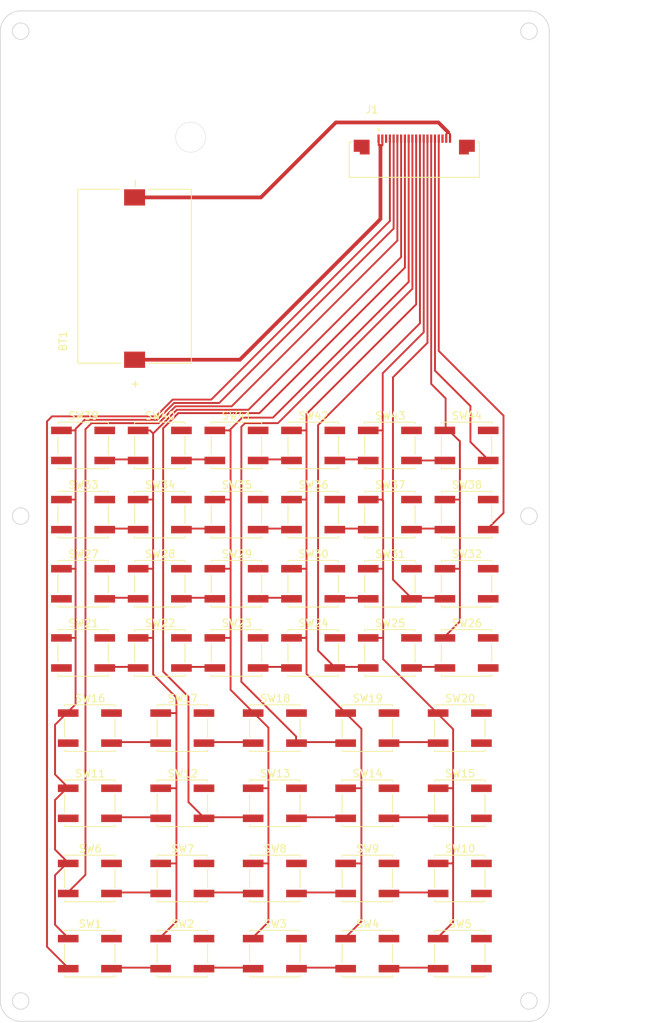
<source format=kicad_pcb>
(kicad_pcb (version 20221018) (generator pcbnew)
  (title_block (comment 4 "AISLER Project ID: HNLQYLIR"))
  (layers (0 "F.Cu" signal) (31 "B.Cu" signal) (34 "B.Paste" user) (35 "F.Paste" user) (36 "B.SilkS" user "B.Silkscreen") (37 "F.SilkS" user "F.Silkscreen") (38 "B.Mask" user) (39 "F.Mask" user) (44 "Edge.Cuts" user))
  (net 0 "")
  (net 1 "GND")
  (net 3 "Net-(BT1-+)")
  (net 4 "/kh1")
  (net 5 "/kv1")
  (net 6 "/kv2")
  (net 7 "/kv3")
  (net 8 "/kv4")
  (net 9 "/kv5")
  (net 10 "/kh2")
  (net 11 "/kh3")
  (net 12 "/kh4")
  (net 13 "/kh5")
  (net 14 "/kv6")
  (net 15 "/kh6")
  (net 16 "/kh7")
  (net 17 "/kh8")
  (footprint "OpenRPNCalc:SW_SPST_EVQQ2" (layer "F.Cu") (at 75.4 155.4)
    (fp_text reference "SW1")
    (fp_text value "EVPBT1C4A000")
  )
  (footprint "OpenRPNCalc:SW_SPST_EVQQ2" (layer "F.Cu") (at 87.7 155.4)
    (fp_text reference "SW2")
    (fp_text value "EVPBT1C4A000")
  )
  (footprint "OpenRPNCalc:SW_SPST_EVQQ2" (layer "F.Cu") (at 100 155.4)
    (fp_text reference "SW3")
    (fp_text value "EVPBT1C4A000")
  )
  (footprint "OpenRPNCalc:SW_SPST_EVQQ2" (layer "F.Cu") (at 112.3 155.4)
    (fp_text reference "SW4")
    (fp_text value "EVPBT1C4A000")
  )
  (footprint "OpenRPNCalc:SW_SPST_EVQQ2" (layer "F.Cu") (at 124.6 155.4)
    (fp_text reference "SW5")
    (fp_text value "EVPBT1C4A000")
  )
  (footprint "OpenRPNCalc:SW_SPST_EVQQ2" (layer "F.Cu") (at 75.4 145.4)
    (fp_text reference "SW6")
    (fp_text value "EVPBT1C4A000")
  )
  (footprint "OpenRPNCalc:SW_SPST_EVQQ2" (layer "F.Cu") (at 87.7 145.4)
    (fp_text reference "SW7")
    (fp_text value "EVPBT1C4A000")
  )
  (footprint "OpenRPNCalc:SW_SPST_EVQQ2" (layer "F.Cu") (at 100 145.4)
    (fp_text reference "SW8")
    (fp_text value "EVPBT1C4A000")
  )
  (footprint "OpenRPNCalc:SW_SPST_EVQQ2" (layer "F.Cu") (at 112.3 145.4)
    (fp_text reference "SW9")
    (fp_text value "EVPBT1C4A000")
  )
  (footprint "OpenRPNCalc:SW_SPST_EVQQ2" (layer "F.Cu") (at 124.6 145.4)
    (fp_text reference "SW10")
    (fp_text value "EVPBT1C4A000")
  )
  (footprint "OpenRPNCalc:SW_SPST_EVQQ2" (layer "F.Cu") (at 75.4 135.4)
    (fp_text reference "SW11")
    (fp_text value "EVPBT1C4A000")
  )
  (footprint "OpenRPNCalc:SW_SPST_EVQQ2" (layer "F.Cu") (at 87.7 135.4)
    (fp_text reference "SW12")
    (fp_text value "EVPBT1C4A000")
  )
  (footprint "OpenRPNCalc:SW_SPST_EVQQ2" (layer "F.Cu") (at 100 135.4)
    (fp_text reference "SW13")
    (fp_text value "EVPBT1C4A000")
  )
  (footprint "OpenRPNCalc:SW_SPST_EVQQ2" (layer "F.Cu") (at 112.3 135.4)
    (fp_text reference "SW14")
    (fp_text value "EVPBT1C4A000")
  )
  (footprint "OpenRPNCalc:SW_SPST_EVQQ2" (layer "F.Cu") (at 124.6 135.4)
    (fp_text reference "SW15")
    (fp_text value "EVPBT1C4A000")
  )
  (footprint "OpenRPNCalc:SW_SPST_EVQQ2" (layer "F.Cu") (at 75.4 125.4)
    (fp_text reference "SW16")
    (fp_text value "EVPBT1C4A000")
  )
  (footprint "OpenRPNCalc:SW_SPST_EVQQ2" (layer "F.Cu") (at 87.7 125.4)
    (fp_text reference "SW17")
    (fp_text value "EVPBT1C4A000")
  )
  (footprint "OpenRPNCalc:SW_SPST_EVQQ2" (layer "F.Cu") (at 100 125.4)
    (fp_text reference "SW18")
    (fp_text value "EVPBT1C4A000")
  )
  (footprint "OpenRPNCalc:SW_SPST_EVQQ2" (layer "F.Cu") (at 112.3 125.4)
    (fp_text reference "SW19")
    (fp_text value "EVPBT1C4A000")
  )
  (footprint "OpenRPNCalc:SW_SPST_EVQQ2" (layer "F.Cu") (at 124.6 125.4)
    (fp_text reference "SW20")
    (fp_text value "EVPBT1C4A000")
  )
  (footprint "OpenRPNCalc:SW_SPST_EVQQ2" (layer "F.Cu") (at 74.5 115.4)
    (fp_text reference "SW21")
    (fp_text value "EVPBT1C4A000")
  )
  (footprint "OpenRPNCalc:SW_SPST_EVQQ2" (layer "F.Cu") (at 84.7 115.4)
    (fp_text reference "SW22")
    (fp_text value "EVPBT1C4A000")
  )
  (footprint "OpenRPNCalc:SW_SPST_EVQQ2" (layer "F.Cu") (at 94.9 115.4)
    (fp_text reference "SW23")
    (fp_text value "EVPBT1C4A000")
  )
  (footprint "OpenRPNCalc:SW_SPST_EVQQ2" (layer "F.Cu") (at 105.1 115.4)
    (fp_text reference "SW24")
    (fp_text value "EVPBT1C4A000")
  )
  (footprint "OpenRPNCalc:SW_SPST_EVQQ2" (layer "F.Cu") (at 115.3 115.4)
    (fp_text reference "SW25")
    (fp_text value "EVPBT1C4A000")
  )
  (footprint "OpenRPNCalc:SW_SPST_EVQQ2" (layer "F.Cu") (at 125.5 115.4)
    (fp_text reference "SW26")
    (fp_text value "EVPBT1C4A000")
  )
  (footprint "OpenRPNCalc:SW_SPST_EVQQ2" (layer "F.Cu") (at 74.5 106.2)
    (fp_text reference "SW27")
    (fp_text value "EVPBT1C4A000")
  )
  (footprint "OpenRPNCalc:SW_SPST_EVQQ2" (layer "F.Cu") (at 84.7 106.2)
    (fp_text reference "SW28")
    (fp_text value "EVPBT1C4A000")
  )
  (footprint "OpenRPNCalc:SW_SPST_EVQQ2" (layer "F.Cu") (at 94.9 106.2)
    (fp_text reference "SW29")
    (fp_text value "EVPBT1C4A000")
  )
  (footprint "OpenRPNCalc:SW_SPST_EVQQ2" (layer "F.Cu") (at 105.1 106.2)
    (fp_text reference "SW30")
    (fp_text value "EVPBT1C4A000")
  )
  (footprint "OpenRPNCalc:SW_SPST_EVQQ2" (layer "F.Cu") (at 115.3 106.2)
    (fp_text reference "SW31")
    (fp_text value "EVPBT1C4A000")
  )
  (footprint "OpenRPNCalc:SW_SPST_EVQQ2" (layer "F.Cu") (at 125.5 106.2)
    (fp_text reference "SW32")
    (fp_text value "EVPBT1C4A000")
  )
  (footprint "OpenRPNCalc:SW_SPST_EVQQ2" (layer "F.Cu") (at 74.5 97)
    (fp_text reference "SW33")
    (fp_text value "EVPBT1C4A000")
  )
  (footprint "OpenRPNCalc:SW_SPST_EVQQ2" (layer "F.Cu") (at 84.7 97)
    (fp_text reference "SW34")
    (fp_text value "EVPBT1C4A000")
  )
  (footprint "OpenRPNCalc:SW_SPST_EVQQ2" (layer "F.Cu") (at 94.9 97)
    (fp_text reference "SW35")
    (fp_text value "EVPBT1C4A000")
  )
  (footprint "OpenRPNCalc:SW_SPST_EVQQ2" (layer "F.Cu") (at 105.1 97)
    (fp_text reference "SW36")
    (fp_text value "EVPBT1C4A000")
  )
  (footprint "OpenRPNCalc:SW_SPST_EVQQ2" (layer "F.Cu") (at 115.3 97)
    (fp_text reference "SW37")
    (fp_text value "EVPBT1C4A000")
  )
  (footprint "OpenRPNCalc:SW_SPST_EVQQ2" (layer "F.Cu") (at 125.5 97)
    (fp_text reference "SW38")
    (fp_text value "EVPBT1C4A000")
  )
  (footprint "OpenRPNCalc:SW_SPST_EVQQ2" (layer "F.Cu") (at 74.5 87.8)
    (fp_text reference "SW39")
    (fp_text value "EVPBT1C4A000")
  )
  (footprint "OpenRPNCalc:SW_SPST_EVQQ2" (layer "F.Cu") (at 84.7 87.8)
    (fp_text reference "SW40")
    (fp_text value "EVPBT1C4A000")
  )
  (footprint "OpenRPNCalc:SW_SPST_EVQQ2" (layer "F.Cu") (at 94.9 87.8)
    (fp_text reference "SW41")
    (fp_text value "EVPBT1C4A000")
  )
  (footprint "OpenRPNCalc:SW_SPST_EVQQ2" (layer "F.Cu") (at 105.1 87.8)
    (fp_text reference "SW42")
    (fp_text value "EVPBT1C4A000")
  )
  (footprint "OpenRPNCalc:SW_SPST_EVQQ2" (layer "F.Cu") (at 115.3 87.8)
    (fp_text reference "SW43")
    (fp_text value "EVPBT1C4A000")
  )
  (footprint "OpenRPNCalc_rev3:BAT_BLP2016SM-G" (layer "F.Cu") (at 81.35 64.4 90)
    (fp_text reference "BT1")
    (fp_text value "BLP2016SM-GTR")
  )
  (footprint "OpenRPNCalc:SW_SPST_EVQQ2" (layer "F.Cu") (at 125.5 87.8)
    (fp_text reference "SW44")
    (fp_text value "EVPBT1C4A000")
  )
  (footprint "OpenRPNCalc_rev3:AMPHENOL_F32R-1A7H1-11020" (layer "F.Cu") (at 118.55 49.79)
    (fp_text reference "J1")
    (fp_text value "AMPHENOL F32R-1A7H1-11020")
  )
  (gr_arc (start 63.5 32.7) (mid 64.290812 30.790812) (end 66.2 30) (stroke (width 0.1)) (layer "Edge.Cuts"))
  (gr_circle (center 66.2 32.7) (end 66.2 33.8) (stroke (width 0.1)) (fill none) (layer "Edge.Cuts"))
  (gr_arc (start 136.5 161.7) (mid 135.709188 163.609188) (end 133.8 164.4) (stroke (width 0.1)) (layer "Edge.Cuts"))
  (gr_line (start 63.5 161.7) (end 63.5 32.7) (stroke (width 0.1)) (layer "Edge.Cuts"))
  (gr_line (start 66.2 30) (end 133.8 30) (stroke (width 0.1)) (layer "Edge.Cuts"))
  (gr_circle (center 133.8 97.2) (end 133.8 98.3) (stroke (width 0.1)) (fill none) (layer "Edge.Cuts"))
  (gr_arc (start 66.2 164.4) (mid 64.290812 163.609188) (end 63.5 161.7) (stroke (width 0.1)) (layer "Edge.Cuts"))
  (gr_circle (center 66.2 97.2) (end 66.2 98.3) (stroke (width 0.1)) (fill none) (layer "Edge.Cuts"))
  (gr_line (start 136.5 32.7) (end 136.5 161.7) (stroke (width 0.1)) (layer "Edge.Cuts"))
  (gr_circle (center 133.8 161.7) (end 133.8 162.8) (stroke (width 0.1)) (fill none) (layer "Edge.Cuts"))
  (gr_line (start 133.8 164.4) (end 66.2 164.4) (stroke (width 0.1)) (layer "Edge.Cuts"))
  (gr_circle (center 88.8 46.8) (end 90.8 46.8) (stroke (width 0.05)) (fill none) (layer "Edge.Cuts"))
  (gr_arc (start 133.8 30) (mid 135.709188 30.790812) (end 136.5 32.7) (stroke (width 0.1)) (layer "Edge.Cuts"))
  (gr_circle (center 66.2 161.7) (end 66.2 162.8) (stroke (width 0.1)) (fill none) (layer "Edge.Cuts"))
  (gr_circle (center 133.8 32.7) (end 133.8 33.8) (stroke (width 0.1)) (fill none) (layer "Edge.Cuts"))
  (segment (start 122.8 46.99) (end 122.8 46.39) (width 0.25) (layer "F.Cu") (net 1))
  (segment (start 123.3 46.39) (end 123.05 46.14) (width 0.25) (layer "F.Cu") (net 1))
  (segment (start 123.05 46.14) (end 121.75 44.84) (width 0.5) (layer "F.Cu") (net 1))
  (segment (start 108.115 44.84) (end 98.145 54.81) (width 0.5) (layer "F.Cu") (net 1))
  (segment (start 123.3 46.99) (end 123.3 46.39) (width 0.25) (layer "F.Cu") (net 1))
  (segment (start 98.145 54.81) (end 81.35 54.81) (width 0.5) (layer "F.Cu") (net 1))
  (segment (start 122.8 46.39) (end 123.05 46.14) (width 0.25) (layer "F.Cu") (net 1))
  (segment (start 121.75 44.84) (end 108.115 44.84) (width 0.5) (layer "F.Cu") (net 1))
  (segment (start 113.815 47.03375) (end 113.815 47.84625) (width 0.25) (layer "F.Cu") (net 3))
  (segment (start 114.065 48.09625) (end 114.315 47.84625) (width 0.25) (layer "F.Cu") (net 3))
  (segment (start 113.815 47.84625) (end 114.065 48.09625) (width 0.25) (layer "F.Cu") (net 3))
  (segment (start 81.35 76.4) (end 95.35 76.4) (width 0.5) (layer "F.Cu") (net 3))
  (segment (start 114.05 57.672613) (end 114.05 47.94) (width 0.5) (layer "F.Cu") (net 3))
  (segment (start 95.35 76.4) (end 113.777387 57.972613) (width 0.5) (layer "F.Cu") (net 3))
  (segment (start 113.777387 57.945226) (end 114.05 57.672613) (width 0.5) (layer "F.Cu") (net 3))
  (segment (start 114.315 47.84625) (end 114.315 47.03375) (width 0.25) (layer "F.Cu") (net 3))
  (segment (start 115.3 57.95) (end 115.3 46.99) (width 0.25) (layer "F.Cu") (net 4))
  (segment (start 84.184416 83.935) (end 86.419416 81.7) (width 0.25) (layer "F.Cu") (net 4))
  (segment (start 102.829999 157.26) (end 109.369999 157.26) (width 0.25) (layer "F.Cu") (net 4))
  (segment (start 72.469999 157.26) (end 69.7 154.490001) (width 0.25) (layer "F.Cu") (net 4))
  (segment (start 115.129999 157.26) (end 121.669999 157.26) (width 0.25) (layer "F.Cu") (net 4))
  (segment (start 69.7 154.490001) (end 69.7 84.6) (width 0.25) (layer "F.Cu") (net 4))
  (segment (start 69.7 84.6) (end 70.365 83.935) (width 0.25) (layer "F.Cu") (net 4))
  (segment (start 86.419416 81.7) (end 91.55 81.7) (width 0.25) (layer "F.Cu") (net 4))
  (segment (start 91.55 81.7) (end 115.3 57.95) (width 0.25) (layer "F.Cu") (net 4))
  (segment (start 78.229999 157.26) (end 84.769999 157.26) (width 0.25) (layer "F.Cu") (net 4))
  (segment (start 90.529999 157.26) (end 97.069999 157.26) (width 0.25) (layer "F.Cu") (net 4))
  (segment (start 70.365 83.935) (end 84.184416 83.935) (width 0.25) (layer "F.Cu") (net 4))
  (segment (start 73.5 113.4) (end 73.5 104.3) (width 0.25) (layer "F.Cu") (net 5))
  (segment (start 86.605812 82.15) (end 92.6 82.15) (width 0.25) (layer "F.Cu") (net 5))
  (segment (start 92.6 82.15) (end 115.8 58.95) (width 0.25) (layer "F.Cu") (net 5))
  (segment (start 70.769999 141.56) (end 70.769999 134.96) (width 0.25) (layer "F.Cu") (net 5))
  (segment (start 70.769999 151.56) (end 70.769999 144.96) (width 0.25) (layer "F.Cu") (net 5))
  (segment (start 73.5 85.6) (end 74.715 84.385) (width 0.25) (layer "F.Cu") (net 5))
  (segment (start 73.5 104.3) (end 73.5 95) (width 0.25) (layer "F.Cu") (net 5))
  (segment (start 70.769999 144.96) (end 72.469999 143.26) (width 0.25) (layer "F.Cu") (net 5))
  (segment (start 73.5 122.229999) (end 73.5 113.4) (width 0.25) (layer "F.Cu") (net 5))
  (segment (start 73.5 95) (end 73.5 85.8) (width 0.25) (layer "F.Cu") (net 5))
  (segment (start 71.62 104.2) (end 73.4 104.2) (width 0.25) (layer "F.Cu") (net 5))
  (segment (start 71.62 113.4) (end 73.5 113.4) (width 0.25) (layer "F.Cu") (net 5))
  (segment (start 72.469999 153.26) (end 70.769999 151.56) (width 0.25) (layer "F.Cu") (net 5))
  (segment (start 70.769999 134.96) (end 72.469999 133.26) (width 0.25) (layer "F.Cu") (net 5))
  (segment (start 72.469999 143.26) (end 70.769999 141.56) (width 0.25) (layer "F.Cu") (net 5))
  (segment (start 74.715 84.385) (end 84.370812 84.385) (width 0.25) (layer "F.Cu") (net 5))
  (segment (start 72.469999 133.26) (end 70.769999 131.56) (width 0.25) (layer "F.Cu") (net 5))
  (segment (start 84.370812 84.385) (end 86.605812 82.15) (width 0.25) (layer "F.Cu") (net 5))
  (segment (start 70.769999 131.56) (end 70.769999 124.96) (width 0.25) (layer "F.Cu") (net 5))
  (segment (start 71.62 85.8) (end 73.5 85.8) (width 0.25) (layer "F.Cu") (net 5))
  (segment (start 71.62 95) (end 73.5 95) (width 0.25) (layer "F.Cu") (net 5))
  (segment (start 73.4 104.2) (end 73.5 104.3) (width 0.25) (layer "F.Cu") (net 5))
  (segment (start 70.769999 124.96) (end 73.5 122.229999) (width 0.25) (layer "F.Cu") (net 5))
  (segment (start 115.8 58.95) (end 115.8 46.99) (width 0.25) (layer "F.Cu") (net 5))
  (segment (start 73.5 85.8) (end 73.5 85.6) (width 0.25) (layer "F.Cu") (net 5))
  (segment (start 84.82 133.4) (end 86.875 133.4) (width 0.25) (layer "F.Cu") (net 6))
  (segment (start 81.82 104.2) (end 83.755 104.2) (width 0.25) (layer "F.Cu") (net 6))
  (segment (start 96.5 83.05) (end 116.8 62.75) (width 0.25) (layer "F.Cu") (net 6))
  (segment (start 86.915 123.44) (end 86.915 121.34) (width 0.25) (layer "F.Cu") (net 6))
  (segment (start 83.815 104.14) (end 83.815 95.04) (width 0.25) (layer "F.Cu") (net 6))
  (segment (start 86.875 133.4) (end 86.915 133.44) (width 0.25) (layer "F.Cu") (net 6))
  (segment (start 86.915 151.114999) (end 86.915 143.34) (width 0.25) (layer "F.Cu") (net 6))
  (segment (start 81.82 85.8) (end 83.401396 85.8) (width 0.25) (layer "F.Cu") (net 6))
  (segment (start 84.82 123.4) (end 86.875 123.4) (width 0.25) (layer "F.Cu") (net 6))
  (segment (start 83.775 113.4) (end 83.815 113.44) (width 0.25) (layer "F.Cu") (net 6))
  (segment (start 83.815 113.44) (end 83.815 104.14) (width 0.25) (layer "F.Cu") (net 6))
  (segment (start 84.82 143.4) (end 86.855 143.4) (width 0.25) (layer "F.Cu") (net 6))
  (segment (start 81.82 95) (end 83.775 95) (width 0.25) (layer "F.Cu") (net 6))
  (segment (start 83.815 118.24) (end 83.815 113.44) (width 0.25) (layer "F.Cu") (net 6))
  (segment (start 84.769999 153.26) (end 86.915 151.114999) (width 0.25) (layer "F.Cu") (net 6))
  (segment (start 86.915 133.44) (end 86.915 123.44) (width 0.25) (layer "F.Cu") (net 6))
  (segment (start 83.755 104.2) (end 83.815 104.14) (width 0.25) (layer "F.Cu") (net 6))
  (segment (start 86.915 143.34) (end 86.915 133.44) (width 0.25) (layer "F.Cu") (net 6))
  (segment (start 86.875 123.4) (end 86.915 123.44) (width 0.25) (layer "F.Cu") (net 6))
  (segment (start 86.915 121.34) (end 83.815 118.24) (width 0.25) (layer "F.Cu") (net 6))
  (segment (start 81.82 113.4) (end 83.775 113.4) (width 0.25) (layer "F.Cu") (net 6))
  (segment (start 83.815 86.213604) (end 86.978604 83.05) (width 0.25) (layer "F.Cu") (net 6))
  (segment (start 86.978604 83.05) (end 96.5 83.05) (width 0.25) (layer "F.Cu") (net 6))
  (segment (start 83.775 95) (end 83.815 95.04) (width 0.25) (layer "F.Cu") (net 6))
  (segment (start 116.8 62.75) (end 116.8 46.99) (width 0.25) (layer "F.Cu") (net 6))
  (segment (start 86.855 143.4) (end 86.915 143.34) (width 0.25) (layer "F.Cu") (net 6))
  (segment (start 83.815 95.04) (end 83.815 86.213604) (width 0.25) (layer "F.Cu") (net 6))
  (segment (start 83.401396 85.8) (end 83.815 86.213604) (width 0.25) (layer "F.Cu") (net 6))
  (segment (start 95.655 84.1) (end 99.75 84.1) (width 0.25) (layer "F.Cu") (net 7))
  (segment (start 93.975 85.8) (end 94.115 85.94) (width 0.25) (layer "F.Cu") (net 7))
  (segment (start 117.8 66.05) (end 117.8 46.99) (width 0.25) (layer "F.Cu") (net 7))
  (segment (start 99.75 84.1) (end 117.8 66.05) (width 0.25) (layer "F.Cu") (net 7))
  (segment (start 94.115 85.94) (end 94.115 85.64) (width 0.25) (layer "F.Cu") (net 7))
  (segment (start 92.02 104.2) (end 94.075 104.2) (width 0.25) (layer "F.Cu") (net 7))
  (segment (start 99.15 133.44) (end 99.15 125.340001) (width 0.25) (layer "F.Cu") (net 7))
  (segment (start 94.115 104.24) (end 94.115 94.94) (width 0.25) (layer "F.Cu") (net 7))
  (segment (start 94.055 113.4) (end 94.115 113.34) (width 0.25) (layer "F.Cu") (net 7))
  (segment (start 92.02 85.8) (end 93.975 85.8) (width 0.25) (layer "F.Cu") (net 7))
  (segment (start 94.055 95) (end 94.115 94.94) (width 0.25) (layer "F.Cu") (net 7))
  (segment (start 97.12 133.4) (end 99.11 133.4) (width 0.25) (layer "F.Cu") (net 7))
  (segment (start 99.11 133.4) (end 99.15 133.44) (width 0.25) (layer "F.Cu") (net 7))
  (segment (start 94.115 113.34) (end 94.115 104.24) (width 0.25) (layer "F.Cu") (net 7))
  (segment (start 99.11 143.4) (end 99.15 143.44) (width 0.25) (layer "F.Cu") (net 7))
  (segment (start 97.12 143.4) (end 99.11 143.4) (width 0.25) (layer "F.Cu") (net 7))
  (segment (start 99.15 143.44) (end 99.15 133.44) (width 0.25) (layer "F.Cu") (net 7))
  (segment (start 94.115 120.305001) (end 94.115 113.34) (width 0.25) (layer "F.Cu") (net 7))
  (segment (start 94.115 85.64) (end 95.655 84.1) (width 0.25) (layer "F.Cu") (net 7))
  (segment (start 92.02 113.4) (end 94.055 113.4) (width 0.25) (layer "F.Cu") (net 7))
  (segment (start 99.15 151.179999) (end 99.15 143.44) (width 0.25) (layer "F.Cu") (net 7))
  (segment (start 92.02 95) (end 94.055 95) (width 0.25) (layer "F.Cu") (net 7))
  (segment (start 94.075 104.2) (end 94.115 104.24) (width 0.25) (layer "F.Cu") (net 7))
  (segment (start 99.15 125.340001) (end 94.115 120.305001) (width 0.25) (layer "F.Cu") (net 7))
  (segment (start 97.069999 153.26) (end 99.15 151.179999) (width 0.25) (layer "F.Cu") (net 7))
  (segment (start 94.115 94.94) (end 94.115 85.94) (width 0.25) (layer "F.Cu") (net 7))
  (segment (start 104.215 113.44) (end 104.115 113.34) (width 0.25) (layer "F.Cu") (net 8))
  (segment (start 104.215 94.94) (end 104.215 85.84) (width 0.25) (layer "F.Cu") (net 8))
  (segment (start 104.115 113.34) (end 104.215 113.24) (width 0.25) (layer "F.Cu") (net 8))
  (segment (start 104.215 113.24) (end 104.215 104.14) (width 0.25) (layer "F.Cu") (net 8))
  (segment (start 109.42 133.4) (end 111.475 133.4) (width 0.25) (layer "F.Cu") (net 8))
  (segment (start 111.475 133.4) (end 111.515 133.44) (width 0.25) (layer "F.Cu") (net 8))
  (segment (start 104.215 83.615) (end 118.8 69.03) (width 0.25) (layer "F.Cu") (net 8))
  (segment (start 109.369999 153.26) (end 111.515 151.114999) (width 0.25) (layer "F.Cu") (net 8))
  (segment (start 102.22 85.8) (end 104.175 85.8) (width 0.25) (layer "F.Cu") (net 8))
  (segment (start 111.515 151.114999) (end 111.515 143.44) (width 0.25) (layer "F.Cu") (net 8))
  (segment (start 102.22 95) (end 104.155 95) (width 0.25) (layer "F.Cu") (net 8))
  (segment (start 104.215 118.195) (end 104.215 113.44) (width 0.25) (layer "F.Cu") (net 8))
  (segment (start 102.22 113.4) (end 104.055 113.4) (width 0.25) (layer "F.Cu") (net 8))
  (segment (start 104.215 104.14) (end 104.215 94.94) (width 0.25) (layer "F.Cu") (net 8))
  (segment (start 104.215 85.84) (end 104.215 83.615) (width 0.25) (layer "F.Cu") (net 8))
  (segment (start 102.22 104.2) (end 104.155 104.2) (width 0.25) (layer "F.Cu") (net 8))
  (segment (start 111.515 143.44) (end 111.515 133.44) (width 0.25) (layer "F.Cu") (net 8))
  (segment (start 111.515 133.44) (end 111.515 125.495) (width 0.25) (layer "F.Cu") (net 8))
  (segment (start 104.055 113.4) (end 104.115 113.34) (width 0.25) (layer "F.Cu") (net 8))
  (segment (start 111.515 125.495) (end 104.215 118.195) (width 0.25) (layer "F.Cu") (net 8))
  (segment (start 111.475 143.4) (end 111.515 143.44) (width 0.25) (layer "F.Cu") (net 8))
  (segment (start 109.42 143.4) (end 111.475 143.4) (width 0.25) (layer "F.Cu") (net 8))
  (segment (start 118.8 69.03) (end 118.8 46.99) (width 0.25) (layer "F.Cu") (net 8))
  (segment (start 104.155 95) (end 104.215 94.94) (width 0.25) (layer "F.Cu") (net 8))
  (segment (start 104.155 104.2) (end 104.215 104.14) (width 0.25) (layer "F.Cu") (net 8))
  (segment (start 104.175 85.8) (end 104.215 85.84) (width 0.25) (layer "F.Cu") (net 8))
  (segment (start 123.555 143.4) (end 123.715 143.24) (width 0.25) (layer "F.Cu") (net 9))
  (segment (start 114.375 113.4) (end 114.415 113.44) (width 0.25) (layer "F.Cu") (net 9))
  (segment (start 114.415 116.24) (end 114.415 113.44) (width 0.25) (layer "F.Cu") (net 9))
  (segment (start 114.31 104.2) (end 114.35 104.24) (width 0.25) (layer "F.Cu") (net 9))
  (segment (start 112.42 95) (end 114.21 95) (width 0.25) (layer "F.Cu") (net 9))
  (segment (start 112.42 104.2) (end 114.31 104.2) (width 0.25) (layer "F.Cu") (net 9))
  (segment (start 114.35 85.8) (end 114.35 78.2) (width 0.25) (layer "F.Cu") (net 9))
  (segment (start 114.21 95) (end 114.35 95.14) (width 0.25) (layer "F.Cu") (net 9))
  (segment (start 114.35 78.2) (end 119.8 72.75) (width 0.25) (layer "F.Cu") (net 9))
  (segment (start 123.715 125.54) (end 114.415 116.24) (width 0.25) (layer "F.Cu") (net 9))
  (segment (start 112.42 113.4) (end 114.375 113.4) (width 0.25) (layer "F.Cu") (net 9))
  (segment (start 121.669999 153.26) (end 123.715 151.214999) (width 0.25) (layer "F.Cu") (net 9))
  (segment (start 114.415 113.44) (end 114.415 104.305) (width 0.25) (layer "F.Cu") (net 9))
  (segment (start 123.655 133.4) (end 123.715 133.34) (width 0.25) (layer "F.Cu") (net 9))
  (segment (start 119.8 72.75) (end 119.8 46.99) (width 0.25) (layer "F.Cu") (net 9))
  (segment (start 114.415 95.205) (end 114.35 95.14) (width 0.25) (layer "F.Cu") (net 9))
  (segment (start 123.715 143.24) (end 123.715 133.34) (width 0.25) (layer "F.Cu") (net 9))
  (segment (start 114.35 104.24) (end 114.415 104.175) (width 0.25) (layer "F.Cu") (net 9))
  (segment (start 121.72 133.4) (end 123.655 133.4) (width 0.25) (layer "F.Cu") (net 9))
  (segment (start 123.715 133.34) (end 123.715 125.54) (width 0.25) (layer "F.Cu") (net 9))
  (segment (start 114.415 104.305) (end 114.35 104.24) (width 0.25) (layer "F.Cu") (net 9))
  (segment (start 121.72 143.4) (end 123.555 143.4) (width 0.25) (layer "F.Cu") (net 9))
  (segment (start 112.42 85.8) (end 114.35 85.8) (width 0.25) (layer "F.Cu") (net 9))
  (segment (start 123.715 151.214999) (end 123.715 143.24) (width 0.25) (layer "F.Cu") (net 9))
  (segment (start 114.35 95.14) (end 114.35 85.8) (width 0.25) (layer "F.Cu") (net 9))
  (segment (start 114.415 104.175) (end 114.415 95.205) (width 0.25) (layer "F.Cu") (net 9))
  (segment (start 116.3 60.55) (end 116.3 46.99) (width 0.25) (layer "F.Cu") (net 10))
  (segment (start 75.63 84.835) (end 84.557208 84.835) (width 0.25) (layer "F.Cu") (net 10))
  (segment (start 86.792208 82.6) (end 94.25 82.6) (width 0.25) (layer "F.Cu") (net 10))
  (segment (start 84.557208 84.835) (end 86.792208 82.6) (width 0.25) (layer "F.Cu") (net 10))
  (segment (start 78.229999 147.26) (end 84.769999 147.26) (width 0.25) (layer "F.Cu") (net 10))
  (segment (start 102.829999 147.26) (end 109.369999 147.26) (width 0.25) (layer "F.Cu") (net 10))
  (segment (start 90.529999 147.26) (end 97.069999 147.26) (width 0.25) (layer "F.Cu") (net 10))
  (segment (start 72.469999 147.26) (end 74.815 144.914999) (width 0.25) (layer "F.Cu") (net 10))
  (segment (start 74.815 85.65) (end 75.63 84.835) (width 0.25) (layer "F.Cu") (net 10))
  (segment (start 94.25 82.6) (end 116.3 60.55) (width 0.25) (layer "F.Cu") (net 10))
  (segment (start 115.129999 147.26) (end 121.669999 147.26) (width 0.25) (layer "F.Cu") (net 10))
  (segment (start 74.815 144.914999) (end 74.815 85.65) (width 0.25) (layer "F.Cu") (net 10))
  (segment (start 88.515 135.245001) (end 88.515 121.24) (width 0.25) (layer "F.Cu") (net 11))
  (segment (start 102.829999 137.26) (end 109.369999 137.26) (width 0.25) (layer "F.Cu") (net 11))
  (segment (start 97.069999 137.26) (end 90.529999 137.26) (width 0.25) (layer "F.Cu") (net 11))
  (segment (start 85.15 85.515) (end 87.165 83.5) (width 0.25) (layer "F.Cu") (net 11))
  (segment (start 78.229999 137.26) (end 84.769999 137.26) (width 0.25) (layer "F.Cu") (net 11))
  (segment (start 85.15 117.875) (end 85.15 85.515) (width 0.25) (layer "F.Cu") (net 11))
  (segment (start 90.529999 137.26) (end 88.515 135.245001) (width 0.25) (layer "F.Cu") (net 11))
  (segment (start 88.515 121.24) (end 85.15 117.875) (width 0.25) (layer "F.Cu") (net 11))
  (segment (start 87.165 83.5) (end 97.95 83.5) (width 0.25) (layer "F.Cu") (net 11))
  (segment (start 117.3 64.15) (end 117.3 46.99) (width 0.25) (layer "F.Cu") (net 11))
  (segment (start 97.95 83.5) (end 117.3 64.15) (width 0.25) (layer "F.Cu") (net 11))
  (segment (start 115.129999 137.26) (end 121.669999 137.26) (width 0.25) (layer "F.Cu") (net 11))
  (segment (start 95.55 119.230001) (end 95.55 85.315) (width 0.25) (layer "F.Cu") (net 12))
  (segment (start 115.129999 127.26) (end 121.669999 127.26) (width 0.25) (layer "F.Cu") (net 12))
  (segment (start 90.529999 127.26) (end 97.069999 127.26) (width 0.25) (layer "F.Cu") (net 12))
  (segment (start 78.229999 127.26) (end 84.769999 127.26) (width 0.25) (layer "F.Cu") (net 12))
  (segment (start 95.55 85.315) (end 96.03 84.835) (width 0.25) (layer "F.Cu") (net 12))
  (segment (start 96.03 84.835) (end 100.415 84.835) (width 0.25) (layer "F.Cu") (net 12))
  (segment (start 102.829999 127.26) (end 102.829999 126.51) (width 0.25) (layer "F.Cu") (net 12))
  (segment (start 100.415 84.835) (end 118.3 66.95) (width 0.25) (layer "F.Cu") (net 12))
  (segment (start 102.829999 126.51) (end 95.55 119.230001) (width 0.25) (layer "F.Cu") (net 12))
  (segment (start 102.829999 127.26) (end 109.369999 127.26) (width 0.25) (layer "F.Cu") (net 12))
  (segment (start 118.3 66.95) (end 118.3 46.99) (width 0.25) (layer "F.Cu") (net 12))
  (segment (start 107.93 117.26) (end 105.75 115.08) (width 0.25) (layer "F.Cu") (net 13))
  (segment (start 87.53 117.26) (end 91.97 117.26) (width 0.25) (layer "F.Cu") (net 13))
  (segment (start 118.13 117.26) (end 122.57 117.26) (width 0.25) (layer "F.Cu") (net 13))
  (segment (start 105.75 85.1) (end 119.3 71.55) (width 0.25) (layer "F.Cu") (net 13))
  (segment (start 119.3 71.55) (end 119.3 46.99) (width 0.25) (layer "F.Cu") (net 13))
  (segment (start 97.73 117.26) (end 102.17 117.26) (width 0.25) (layer "F.Cu") (net 13))
  (segment (start 107.93 117.26) (end 112.37 117.26) (width 0.25) (layer "F.Cu") (net 13))
  (segment (start 77.33 117.26) (end 81.77 117.26) (width 0.25) (layer "F.Cu") (net 13))
  (segment (start 105.75 115.08) (end 105.75 85.1) (width 0.25) (layer "F.Cu") (net 13))
  (segment (start 124.615 95.04) (end 124.615 87.24) (width 0.25) (layer "F.Cu") (net 14))
  (segment (start 122.715 81.54) (end 120.8 79.625) (width 0.25) (layer "F.Cu") (net 14))
  (segment (start 122.57 113.26) (end 124.615 111.215) (width 0.25) (layer "F.Cu") (net 14))
  (segment (start 122.715 85.37) (end 122.715 81.54) (width 0.25) (layer "F.Cu") (net 14))
  (segment (start 124.515 87.14) (end 124.485 87.14) (width 0.25) (layer "F.Cu") (net 14))
  (segment (start 124.615 111.215) (end 124.615 104.24) (width 0.25) (layer "F.Cu") (net 14))
  (segment (start 124.615 87.24) (end 124.515 87.14) (width 0.25) (layer "F.Cu") (net 14))
  (segment (start 120.8 79.625) (end 120.8 46.99) (width 0.25) (layer "F.Cu") (net 14))
  (segment (start 124.485 87.14) (end 122.715 85.37) (width 0.25) (layer "F.Cu") (net 14))
  (segment (start 124.575 95) (end 124.615 95.04) (width 0.25) (layer "F.Cu") (net 14))
  (segment (start 124.575 104.2) (end 124.615 104.24) (width 0.25) (layer "F.Cu") (net 14))
  (segment (start 122.62 95) (end 124.575 95) (width 0.25) (layer "F.Cu") (net 14))
  (segment (start 122.62 104.2) (end 124.575 104.2) (width 0.25) (layer "F.Cu") (net 14))
  (segment (start 124.615 104.24) (end 124.615 95.04) (width 0.25) (layer "F.Cu") (net 14))
  (segment (start 122.57 108.06) (end 118.13 108.06) (width 0.25) (layer "F.Cu") (net 15))
  (segment (start 115.715 78.735) (end 120.3 74.15) (width 0.25) (layer "F.Cu") (net 15))
  (segment (start 115.715 105.645) (end 115.715 78.735) (width 0.25) (layer "F.Cu") (net 15))
  (segment (start 97.73 108.06) (end 102.17 108.06) (width 0.25) (layer "F.Cu") (net 15))
  (segment (start 118.13 108.06) (end 115.715 105.645) (width 0.25) (layer "F.Cu") (net 15))
  (segment (start 107.93 108.06) (end 112.37 108.06) (width 0.25) (layer "F.Cu") (net 15))
  (segment (start 87.53 108.06) (end 91.97 108.06) (width 0.25) (layer "F.Cu") (net 15))
  (segment (start 120.3 74.15) (end 120.3 46.99) (width 0.25) (layer "F.Cu") (net 15))
  (segment (start 77.33 108.06) (end 81.77 108.06) (width 0.25) (layer "F.Cu") (net 15))
  (segment (start 97.73 98.86) (end 102.17 98.86) (width 0.25) (layer "F.Cu") (net 16))
  (segment (start 77.33 98.86) (end 81.77 98.86) (width 0.25) (layer "F.Cu") (net 16))
  (segment (start 130.415 96.775) (end 130.415 83.84) (width 0.25) (layer "F.Cu") (net 16))
  (segment (start 87.53 98.86) (end 91.97 98.86) (width 0.25) (layer "F.Cu") (net 16))
  (segment (start 118.13 98.86) (end 122.57 98.86) (width 0.25) (layer "F.Cu") (net 16))
  (segment (start 128.33 98.86) (end 130.415 96.775) (width 0.25) (layer "F.Cu") (net 16))
  (segment (start 130.415 83.84) (end 121.8 75.225) (width 0.25) (layer "F.Cu") (net 16))
  (segment (start 107.93 98.86) (end 112.37 98.86) (width 0.25) (layer "F.Cu") (net 16))
  (segment (start 121.8 75.225) (end 121.8 46.99) (width 0.25) (layer "F.Cu") (net 16))
  (segment (start 128.38 89.705) (end 128.38 89.8) (width 0.25) (layer "F.Cu") (net 17))
  (segment (start 121.3 46.99) (end 121.3 77.85) (width 0.25) (layer "F.Cu") (net 17))
  (segment (start 77.33 89.66) (end 81.77 89.66) (width 0.25) (layer "F.Cu") (net 17))
  (segment (start 97.73 89.66) (end 102.17 89.66) (width 0.25) (layer "F.Cu") (net 17))
  (segment (start 126.015 82.565) (end 126.015 87.34) (width 0.25) (layer "F.Cu") (net 17))
  (segment (start 126.015 87.34) (end 128.38 89.705) (width 0.25) (layer "F.Cu") (net 17))
  (segment (start 121.3 77.85) (end 126.015 82.565) (width 0.25) (layer "F.Cu") (net 17))
  (segment (start 107.93 89.66) (end 112.37 89.66) (width 0.25) (layer "F.Cu") (net 17))
  (segment (start 87.53 89.66) (end 91.97 89.66) (width 0.25) (layer "F.Cu") (net 17))
  (segment (start 122.62 89.8) (end 118.18 89.8) (width 0.25) (layer "F.Cu") (net 17))
)
</source>
